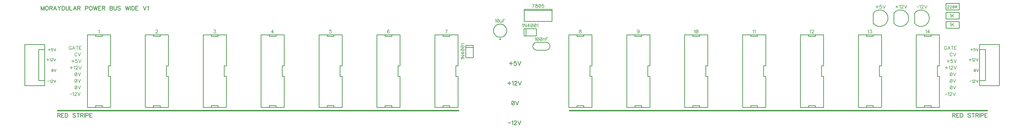
<source format=gto>
G04 DipTrace 3.0.0.1*
G04 moraydular_powerbus_wide_final1.GTO*
%MOMM*%
G04 #@! TF.FileFunction,Legend,Top*
G04 #@! TF.Part,Single*
%ADD10C,0.25*%
%ADD24C,0.5*%
%ADD62C,0.19608*%
%ADD63C,0.23529*%
%ADD64C,0.15686*%
%FSLAX35Y35*%
G04*
G71*
G90*
G75*
G01*
G04 TopSilk*
%LPD*%
X24939628Y4618739D2*
D10*
Y4683001D1*
X24685374Y4618739D2*
X24939628D1*
X24685374D2*
Y4683001D1*
X24939628Y1889001D2*
Y1953263D1*
X24685374D2*
X24939628D1*
X24685374Y1889001D2*
Y1953263D1*
X24368001Y1889001D2*
X25257001D1*
X24368001Y4683001D2*
X25257001D1*
X24368001Y1889001D2*
Y4683001D1*
X25180547Y3489963D2*
X25257001D1*
X25180547Y3082039D2*
Y3489963D1*
Y3082039D2*
X25257001D1*
Y1889001D2*
Y3082039D1*
Y3489963D2*
Y4683001D1*
X6461128Y4618739D2*
Y4683001D1*
X6206874Y4618739D2*
X6461128D1*
X6206874D2*
Y4683001D1*
X6461128Y1889001D2*
Y1953263D1*
X6206874D2*
X6461128D1*
X6206874Y1889001D2*
Y1953263D1*
X5889501Y1889001D2*
X6778501D1*
X5889501Y4683001D2*
X6778501D1*
X5889501Y1889001D2*
Y4683001D1*
X6702047Y3489963D2*
X6778501D1*
X6702047Y3082039D2*
Y3489963D1*
Y3082039D2*
X6778501D1*
Y1889001D2*
Y3082039D1*
Y3489963D2*
Y4683001D1*
X15351128Y4618739D2*
Y4683001D1*
X15096874Y4618739D2*
X15351128D1*
X15096874D2*
Y4683001D1*
X15351128Y1889001D2*
Y1953263D1*
X15096874D2*
X15351128D1*
X15096874Y1889001D2*
Y1953263D1*
X14779501Y1889001D2*
X15668501D1*
X14779501Y4683001D2*
X15668501D1*
X14779501Y1889001D2*
Y4683001D1*
X15592047Y3489963D2*
X15668501D1*
X15592047Y3082039D2*
Y3489963D1*
Y3082039D2*
X15668501D1*
Y1889001D2*
Y3082039D1*
Y3489963D2*
Y4683001D1*
X33829628Y4618739D2*
Y4683001D1*
X33575374Y4618739D2*
X33829628D1*
X33575374D2*
Y4683001D1*
X33829628Y1889001D2*
Y1953263D1*
X33575374D2*
X33829628D1*
X33575374Y1889001D2*
Y1953263D1*
X33258001Y1889001D2*
X34147001D1*
X33258001Y4683001D2*
X34147001D1*
X33258001Y1889001D2*
Y4683001D1*
X34070547Y3489963D2*
X34147001D1*
X34070547Y3082039D2*
Y3489963D1*
Y3082039D2*
X34147001D1*
Y1889001D2*
Y3082039D1*
Y3489963D2*
Y4683001D1*
X31607128Y4618739D2*
Y4683001D1*
X31352874Y4618739D2*
X31607128D1*
X31352874D2*
Y4683001D1*
X31607128Y1889001D2*
Y1953263D1*
X31352874D2*
X31607128D1*
X31352874Y1889001D2*
Y1953263D1*
X31035501Y1889001D2*
X31924501D1*
X31035501Y4683001D2*
X31924501D1*
X31035501Y1889001D2*
Y4683001D1*
X31848047Y3489963D2*
X31924501D1*
X31848047Y3082039D2*
Y3489963D1*
Y3082039D2*
X31924501D1*
Y1889001D2*
Y3082039D1*
Y3489963D2*
Y4683001D1*
X29384628Y4618739D2*
Y4683001D1*
X29130374Y4618739D2*
X29384628D1*
X29130374D2*
Y4683001D1*
X29384628Y1889001D2*
Y1953263D1*
X29130374D2*
X29384628D1*
X29130374Y1889001D2*
Y1953263D1*
X28813001Y1889001D2*
X29702001D1*
X28813001Y4683001D2*
X29702001D1*
X28813001Y1889001D2*
Y4683001D1*
X29625547Y3489963D2*
X29702001D1*
X29625547Y3082039D2*
Y3489963D1*
Y3082039D2*
X29702001D1*
Y1889001D2*
Y3082039D1*
Y3489963D2*
Y4683001D1*
X27162128Y4618739D2*
Y4683001D1*
X26907874Y4618739D2*
X27162128D1*
X26907874D2*
Y4683001D1*
X27162128Y1889001D2*
Y1953263D1*
X26907874D2*
X27162128D1*
X26907874Y1889001D2*
Y1953263D1*
X26590501Y1889001D2*
X27479501D1*
X26590501Y4683001D2*
X27479501D1*
X26590501Y1889001D2*
Y4683001D1*
X27403047Y3489963D2*
X27479501D1*
X27403047Y3082039D2*
Y3489963D1*
Y3082039D2*
X27479501D1*
Y1889001D2*
Y3082039D1*
Y3489963D2*
Y4683001D1*
X33829517Y5127659D2*
Y5508343D1*
X33830089Y5126897D2*
G03X33830089Y5509104I253481J191104D01*
G01*
X34623267Y5127659D2*
Y5508343D1*
X34623839Y5126897D2*
G03X34623839Y5509104I253481J191104D01*
G01*
X35417017Y5127659D2*
Y5508343D1*
X35417589Y5126897D2*
G03X35417589Y5509104I253481J191104D01*
G01*
X13128628Y4618739D2*
Y4683001D1*
X12874374Y4618739D2*
X13128628D1*
X12874374D2*
Y4683001D1*
X13128628Y1889001D2*
Y1953263D1*
X12874374D2*
X13128628D1*
X12874374Y1889001D2*
Y1953263D1*
X12557001Y1889001D2*
X13446001D1*
X12557001Y4683001D2*
X13446001D1*
X12557001Y1889001D2*
Y4683001D1*
X13369547Y3489963D2*
X13446001D1*
X13369547Y3082039D2*
Y3489963D1*
Y3082039D2*
X13446001D1*
Y1889001D2*
Y3082039D1*
Y3489963D2*
Y4683001D1*
X10906128Y4618739D2*
Y4683001D1*
X10651874Y4618739D2*
X10906128D1*
X10651874D2*
Y4683001D1*
X10906128Y1889001D2*
Y1953263D1*
X10651874D2*
X10906128D1*
X10651874Y1889001D2*
Y1953263D1*
X10334501Y1889001D2*
X11223501D1*
X10334501Y4683001D2*
X11223501D1*
X10334501Y1889001D2*
Y4683001D1*
X11147047Y3489963D2*
X11223501D1*
X11147047Y3082039D2*
Y3489963D1*
Y3082039D2*
X11223501D1*
Y1889001D2*
Y3082039D1*
Y3489963D2*
Y4683001D1*
X8683628Y4618739D2*
Y4683001D1*
X8429374Y4618739D2*
X8683628D1*
X8429374D2*
Y4683001D1*
X8683628Y1889001D2*
Y1953263D1*
X8429374D2*
X8683628D1*
X8429374Y1889001D2*
Y1953263D1*
X8112001Y1889001D2*
X9001001D1*
X8112001Y4683001D2*
X9001001D1*
X8112001Y1889001D2*
Y4683001D1*
X8924547Y3489963D2*
X9001001D1*
X8924547Y3082039D2*
Y3489963D1*
Y3082039D2*
X9001001D1*
Y1889001D2*
Y3082039D1*
Y3489963D2*
Y4683001D1*
X4238628Y4618739D2*
Y4683001D1*
X3984374Y4618739D2*
X4238628D1*
X3984374D2*
Y4683001D1*
X4238628Y1889001D2*
Y1953263D1*
X3984374D2*
X4238628D1*
X3984374Y1889001D2*
Y1953263D1*
X3667001Y1889001D2*
X4556001D1*
X3667001Y4683001D2*
X4556001D1*
X3667001Y1889001D2*
Y4683001D1*
X4479547Y3489963D2*
X4556001D1*
X4479547Y3082039D2*
Y3489963D1*
Y3082039D2*
X4556001D1*
Y1889001D2*
Y3082039D1*
Y3489963D2*
Y4683001D1*
X36052128Y4618739D2*
Y4683001D1*
X35797874Y4618739D2*
X36052128D1*
X35797874D2*
Y4683001D1*
X36052128Y1889001D2*
Y1953263D1*
X35797874D2*
X36052128D1*
X35797874Y1889001D2*
Y1953263D1*
X35480501Y1889001D2*
X36369501D1*
X35480501Y4683001D2*
X36369501D1*
X35480501Y1889001D2*
Y4683001D1*
X36293047Y3489963D2*
X36369501D1*
X36293047Y3082039D2*
Y3489963D1*
Y3082039D2*
X36369501D1*
Y1889001D2*
Y3082039D1*
Y3489963D2*
Y4683001D1*
X20435751Y5616681D2*
X21505751D1*
X20435751Y5666501D2*
X21505751D1*
X20435751Y5196501D2*
X21505751D1*
X20435751D2*
Y5666501D1*
X21505751Y5196501D2*
Y5666501D1*
X21275398Y4390901D2*
X20920103D1*
X21275398Y4086101D2*
X20920103D1*
Y4390901D2*
G03X20920103Y4086101I-152J-152400D01*
G01*
X21275398D2*
G03X21275398Y4390901I152J152400D01*
G01*
X19540273Y4511852D2*
X19480228D1*
X19510251Y4481832D2*
Y4541811D1*
X19256251Y4841825D2*
X19256869Y4859537D1*
X19258722Y4877163D1*
X19261801Y4894616D1*
X19266090Y4911812D1*
X19271569Y4928668D1*
X19278210Y4945100D1*
X19285982Y4961029D1*
X19294846Y4976377D1*
X19304760Y4991070D1*
X19315675Y5005036D1*
X19327538Y5018206D1*
X19340291Y5030517D1*
X19353873Y5041909D1*
X19368216Y5052326D1*
X19383251Y5061718D1*
X19398904Y5070038D1*
X19415100Y5077247D1*
X19431760Y5083308D1*
X19448802Y5088193D1*
X19466144Y5091878D1*
X19483700Y5094345D1*
X19501386Y5095581D1*
X19519115D1*
X19536801Y5094345D1*
X19554357Y5091878D1*
X19571699Y5088193D1*
X19588741Y5083308D1*
X19605401Y5077247D1*
X19621597Y5070038D1*
X19637251Y5061718D1*
X19652286Y5052326D1*
X19666629Y5041909D1*
X19680210Y5030517D1*
X19692963Y5018206D1*
X19704826Y5005036D1*
X19715741Y4991070D1*
X19725655Y4976377D1*
X19734519Y4961029D1*
X19742291Y4945100D1*
X19748932Y4928668D1*
X19754411Y4911812D1*
X19758700Y4894616D1*
X19761779Y4877163D1*
X19763632Y4859537D1*
X19764251Y4841825D1*
X19763632Y4824113D1*
X19761779Y4806488D1*
X19758700Y4789034D1*
X19754411Y4771838D1*
X19748932Y4754983D1*
X19742291Y4738550D1*
X19734519Y4722621D1*
X19725655Y4707273D1*
X19715741Y4692580D1*
X19704826Y4678615D1*
X19692963Y4665444D1*
X19680210Y4653133D1*
X19666629Y4641741D1*
X19652286Y4631324D1*
X19637251Y4621932D1*
X19621597Y4613612D1*
X19605401Y4606403D1*
X19588741Y4600342D1*
X19571699Y4595457D1*
X19554357Y4591772D1*
X19536801Y4589306D1*
X19519115Y4588069D1*
X19501386D1*
X19483700Y4589306D1*
X19466144Y4591772D1*
X19448802Y4595457D1*
X19431760Y4600342D1*
X19415100Y4606403D1*
X19398904Y4613612D1*
X19383251Y4621932D1*
X19368216Y4631324D1*
X19353873Y4641741D1*
X19340291Y4653133D1*
X19327538Y4665444D1*
X19315675Y4678615D1*
X19304760Y4692580D1*
X19294846Y4707273D1*
X19285982Y4722621D1*
X19278210Y4738550D1*
X19271569Y4754983D1*
X19266090Y4771838D1*
X19261801Y4789034D1*
X19258722Y4806488D1*
X19256869Y4824113D1*
X19256251Y4841825D1*
X20425706Y4638251D2*
Y4918251D1*
X20430846D2*
X20901156D1*
X20501521Y4638251D2*
Y4918251D1*
X20901156Y4638251D2*
Y4918251D1*
X20430846Y4638251D2*
X20901156D1*
X38674551Y2724661D2*
X37912551D1*
Y4309621D1*
X38674551D1*
Y2724661D1*
X38141151Y2922781D2*
X37912551D1*
Y4111501D1*
X38141151D1*
Y2922781D1*
X18195501Y4275546D2*
X18475501D1*
Y4270406D2*
Y3800096D1*
X18195501Y4199731D2*
X18475501D1*
X18195501Y3800096D2*
X18475501D1*
X18195501Y4270406D2*
Y3800096D1*
X37131043Y5635501D2*
X36623958D1*
Y5889501D2*
Y5635501D1*
X37131043Y5889501D2*
X36623958D1*
X37131043D2*
Y5635501D1*
Y5286251D2*
X36623958D1*
Y5540251D2*
Y5286251D1*
X37131043Y5540251D2*
X36623958D1*
X37131043D2*
Y5286251D1*
Y4937001D2*
X36623958D1*
Y5191001D2*
Y4937001D1*
X37131043Y5191001D2*
X36623958D1*
X37131043D2*
Y4937001D1*
X22717128Y4618739D2*
Y4683001D1*
X22462874Y4618739D2*
X22717128D1*
X22462874D2*
Y4683001D1*
X22717128Y1889001D2*
Y1953263D1*
X22462874D2*
X22717128D1*
X22462874Y1889001D2*
Y1953263D1*
X22145501Y1889001D2*
X23034501D1*
X22145501Y4683001D2*
X23034501D1*
X22145501Y1889001D2*
Y4683001D1*
X22958047Y3489963D2*
X23034501D1*
X22958047Y3082039D2*
Y3489963D1*
Y3082039D2*
X23034501D1*
Y1889001D2*
Y3082039D1*
Y3489963D2*
Y4683001D1*
X17573628Y4618739D2*
Y4683001D1*
X17319374Y4618739D2*
X17573628D1*
X17319374D2*
Y4683001D1*
X17573628Y1889001D2*
Y1953263D1*
X17319374D2*
X17573628D1*
X17319374Y1889001D2*
Y1953263D1*
X17002001Y1889001D2*
X17891001D1*
X17002001Y4683001D2*
X17891001D1*
X17002001Y1889001D2*
Y4683001D1*
X17814547Y3489963D2*
X17891001D1*
X17814547Y3082039D2*
Y3489963D1*
Y3082039D2*
X17891001D1*
Y1889001D2*
Y3082039D1*
Y3489963D2*
Y4683001D1*
X1266701Y4309621D2*
X2028701D1*
Y2724661D1*
X1266701D1*
Y4309621D1*
X1800101Y4111501D2*
X2028701D1*
Y2922781D1*
X1800101D1*
Y4111501D1*
X2524001Y1762001D2*
D24*
X17922751D1*
X22177251D2*
X38211001D1*
X24852019Y4826451D2*
D62*
X24845842Y4808201D1*
X24833769Y4795987D1*
X24815519Y4789951D1*
X24809482D1*
X24791232Y4795987D1*
X24779159Y4808201D1*
X24772982Y4826451D1*
Y4832487D1*
X24779159Y4850737D1*
X24791232Y4862810D1*
X24809482Y4868847D1*
X24815519D1*
X24833769Y4862810D1*
X24845842Y4850737D1*
X24852019Y4826451D1*
Y4795987D1*
X24845842Y4765664D1*
X24833769Y4747414D1*
X24815519Y4741378D1*
X24803446D1*
X24785196Y4747414D1*
X24779159Y4759628D1*
X6297641Y4838524D2*
Y4844560D1*
X6303677Y4856774D1*
X6309714Y4862810D1*
X6321927Y4868847D1*
X6346214D1*
X6358287Y4862810D1*
X6364324Y4856774D1*
X6370501Y4844560D1*
Y4832487D1*
X6364324Y4820274D1*
X6352251Y4802164D1*
X6291464Y4741378D1*
X6376537D1*
X15257412Y4850737D2*
X15251376Y4862810D1*
X15233126Y4868847D1*
X15221052D1*
X15202802Y4862810D1*
X15190589Y4844560D1*
X15184552Y4814237D1*
Y4783914D1*
X15190589Y4759628D1*
X15202802Y4747414D1*
X15221052Y4741378D1*
X15227089D1*
X15245199Y4747414D1*
X15257412Y4759628D1*
X15263449Y4777878D1*
Y4783914D1*
X15257412Y4802164D1*
X15245199Y4814237D1*
X15227089Y4820274D1*
X15221052D1*
X15202802Y4814237D1*
X15190589Y4802164D1*
X15184552Y4783914D1*
X33625124Y4844560D2*
X33637338Y4850737D1*
X33655588Y4868847D1*
Y4741378D1*
X33707017Y4868847D2*
X33773700D1*
X33737340Y4820274D1*
X33755590D1*
X33767663Y4814237D1*
X33773700Y4808201D1*
X33779877Y4789951D1*
Y4777878D1*
X33773700Y4759628D1*
X33761627Y4747414D1*
X33743377Y4741378D1*
X33725127D1*
X33707017Y4747414D1*
X33700980Y4753591D1*
X33694804Y4765664D1*
X31402624Y4844560D2*
X31414838Y4850737D1*
X31433088Y4868847D1*
Y4741378D1*
X31478480Y4838524D2*
Y4844560D1*
X31484517Y4856774D1*
X31490554Y4862810D1*
X31502767Y4868847D1*
X31527054D1*
X31539127Y4862810D1*
X31545163Y4856774D1*
X31551340Y4844560D1*
Y4832487D1*
X31545163Y4820274D1*
X31533090Y4802164D1*
X31472304Y4741378D1*
X31557377D1*
X29207429Y4844560D2*
X29219643Y4850737D1*
X29237893Y4868847D1*
Y4741378D1*
X29277108Y4844560D2*
X29289322Y4850737D1*
X29307572Y4868847D1*
Y4741378D1*
X26957624Y4844560D2*
X26969838Y4850737D1*
X26988088Y4868847D1*
Y4741378D1*
X27063804Y4868847D2*
X27045554Y4862810D1*
X27033340Y4844560D1*
X27027304Y4814237D1*
Y4795987D1*
X27033340Y4765664D1*
X27045554Y4747414D1*
X27063804Y4741378D1*
X27075877D1*
X27094127Y4747414D1*
X27106200Y4765664D1*
X27112377Y4795987D1*
Y4814237D1*
X27106200Y4844560D1*
X27094127Y4862810D1*
X27075877Y4868847D1*
X27063804D1*
X27106200Y4844560D2*
X27033340Y4765664D1*
X33984872Y5812240D2*
Y5702880D1*
X33930262Y5757490D2*
X34039622D1*
X34151697Y5821295D2*
X34091051D1*
X34085014Y5766685D1*
X34091051Y5772722D1*
X34109301Y5778898D1*
X34127410D1*
X34145660Y5772722D1*
X34157874Y5760648D1*
X34163910Y5742398D1*
Y5730325D1*
X34157874Y5712075D1*
X34145660Y5699862D1*
X34127410Y5693825D1*
X34109301D1*
X34091051Y5699862D1*
X34085014Y5706039D1*
X34078837Y5718112D1*
X34203126Y5821435D2*
X34251699Y5693825D1*
X34300272Y5821435D1*
X34743782Y5812240D2*
Y5702880D1*
X34689173Y5757490D2*
X34798532D1*
X34837748Y5797008D2*
X34849961Y5803185D1*
X34868211Y5821295D1*
Y5693825D1*
X34913604Y5790972D2*
Y5797008D1*
X34919640Y5809222D1*
X34925677Y5815258D1*
X34937890Y5821295D1*
X34962177D1*
X34974250Y5815258D1*
X34980287Y5809222D1*
X34986464Y5797008D1*
Y5784935D1*
X34980287Y5772722D1*
X34968214Y5754612D1*
X34907427Y5693825D1*
X34992500D1*
X35031716Y5821435D2*
X35080289Y5693825D1*
X35128862Y5821435D1*
X35502506Y5757560D2*
X35572698D1*
X35611914Y5797008D2*
X35624128Y5803185D1*
X35642378Y5821295D1*
Y5693825D1*
X35687770Y5790972D2*
Y5797008D1*
X35693807Y5809222D1*
X35699843Y5815258D1*
X35712057Y5821295D1*
X35736343D1*
X35748416Y5815258D1*
X35754453Y5809222D1*
X35760630Y5797008D1*
Y5784935D1*
X35754453Y5772722D1*
X35742380Y5754612D1*
X35681593Y5693825D1*
X35766666D1*
X35805882Y5821435D2*
X35854455Y5693825D1*
X35903028Y5821435D1*
X13031824Y4868847D2*
X12971177D1*
X12965141Y4814237D1*
X12971177Y4820274D1*
X12989427Y4826451D1*
X13007537D1*
X13025787Y4820274D1*
X13038001Y4808201D1*
X13044037Y4789951D1*
Y4777878D1*
X13038001Y4759628D1*
X13025787Y4747414D1*
X13007537Y4741378D1*
X12989427D1*
X12971177Y4747414D1*
X12965141Y4753591D1*
X12958964Y4765664D1*
X10794232Y4741378D2*
Y4868847D1*
X10733446Y4783914D1*
X10824555D1*
X8526177Y4868847D2*
X8592860D1*
X8556501Y4820274D1*
X8574751D1*
X8586824Y4814237D1*
X8592860Y4808201D1*
X8599037Y4789951D1*
Y4777878D1*
X8592860Y4759628D1*
X8580787Y4747414D1*
X8562537Y4741378D1*
X8544287D1*
X8526177Y4747414D1*
X8520141Y4753591D1*
X8513964Y4765664D1*
X4096269Y4844560D2*
X4108482Y4850737D1*
X4126732Y4868847D1*
Y4741378D1*
X35844606Y4844560D2*
X35856820Y4850737D1*
X35875070Y4868847D1*
Y4741378D1*
X35975072D2*
Y4868847D1*
X35914285Y4783914D1*
X36005395D1*
X20766138Y5724878D2*
X20826924Y5852347D1*
X20741851D1*
X20896463D2*
X20878353Y5846310D1*
X20872176Y5834237D1*
Y5822024D1*
X20878353Y5809951D1*
X20890426Y5803774D1*
X20914713Y5797737D1*
X20932963Y5791701D1*
X20945036Y5779487D1*
X20951073Y5767414D1*
Y5749164D1*
X20945036Y5737091D1*
X20938999Y5730914D1*
X20920749Y5724878D1*
X20896463D1*
X20878353Y5730914D1*
X20872176Y5737091D1*
X20866140Y5749164D1*
Y5767414D1*
X20872176Y5779487D1*
X20884390Y5791701D1*
X20902499Y5797737D1*
X20926786Y5803774D1*
X20938999Y5809951D1*
X20945036Y5822024D1*
Y5834237D1*
X20938999Y5846310D1*
X20920749Y5852347D1*
X20896463D1*
X21026788D2*
X21008538Y5846310D1*
X20996325Y5828060D1*
X20990288Y5797737D1*
Y5779487D1*
X20996325Y5749164D1*
X21008538Y5730914D1*
X21026788Y5724878D1*
X21038861D1*
X21057111Y5730914D1*
X21069184Y5749164D1*
X21075361Y5779487D1*
Y5797737D1*
X21069184Y5828060D1*
X21057111Y5846310D1*
X21038861Y5852347D1*
X21026788D1*
X21069184Y5828060D2*
X20996325Y5749164D1*
X21187437Y5852347D2*
X21126790D1*
X21120754Y5797737D1*
X21126790Y5803774D1*
X21145040Y5809951D1*
X21163150D1*
X21181400Y5803774D1*
X21193613Y5791701D1*
X21199650Y5773451D1*
Y5761378D1*
X21193613Y5743128D1*
X21181400Y5730914D1*
X21163150Y5724878D1*
X21145040D1*
X21126790Y5730914D1*
X21120754Y5737091D1*
X21114577Y5749164D1*
X20846085Y4552460D2*
X20858298Y4558637D1*
X20876548Y4576747D1*
Y4449278D1*
X20952264Y4576747D2*
X20934014Y4570710D1*
X20921800Y4552460D1*
X20915764Y4522137D1*
Y4503887D1*
X20921800Y4473564D1*
X20934014Y4455314D1*
X20952264Y4449278D1*
X20964337D1*
X20982587Y4455314D1*
X20994660Y4473564D1*
X21000837Y4503887D1*
Y4522137D1*
X20994660Y4552460D1*
X20982587Y4570710D1*
X20964337Y4576747D1*
X20952264D1*
X20994660Y4552460D2*
X20921800Y4473564D1*
X21076552Y4576747D2*
X21058302Y4570710D1*
X21046089Y4552460D1*
X21040052Y4522137D1*
Y4503887D1*
X21046089Y4473564D1*
X21058302Y4455314D1*
X21076552Y4449278D1*
X21088626D1*
X21106876Y4455314D1*
X21118949Y4473564D1*
X21125126Y4503887D1*
Y4522137D1*
X21118949Y4552460D1*
X21106876Y4570710D1*
X21088626Y4576747D1*
X21076552D1*
X21118949Y4552460D2*
X21046089Y4473564D1*
X21164341Y4534351D2*
Y4449278D1*
Y4510064D2*
X21182591Y4528314D1*
X21194805Y4534351D1*
X21212914D1*
X21225128Y4528314D1*
X21231164Y4510064D1*
Y4449278D1*
X21349417Y4576887D2*
X21270380D1*
Y4449278D1*
Y4516101D2*
X21318953D1*
X19320729Y5257295D2*
X19332942Y5263472D1*
X19351192Y5281582D1*
Y5154113D1*
X19426908Y5281582D2*
X19408658Y5275545D1*
X19396445Y5257295D1*
X19390408Y5226972D1*
Y5208722D1*
X19396445Y5178399D1*
X19408658Y5160149D1*
X19426908Y5154113D1*
X19438981D1*
X19457231Y5160149D1*
X19469304Y5178399D1*
X19475481Y5208722D1*
Y5226972D1*
X19469304Y5257295D1*
X19457231Y5275545D1*
X19438981Y5281582D1*
X19426908D1*
X19469304Y5257295D2*
X19396445Y5178399D1*
X19514697Y5239186D2*
Y5178399D1*
X19520733Y5160289D1*
X19532947Y5154113D1*
X19551197D1*
X19563270Y5160289D1*
X19581520Y5178399D1*
Y5239186D2*
Y5154113D1*
X19699772Y5281722D2*
X19620736D1*
Y5154113D1*
Y5220936D2*
X19669309D1*
X20364333Y5079810D2*
X20376547Y5085987D1*
X20394797Y5104097D1*
Y4976628D1*
X20519086Y5104237D2*
Y4976628D1*
X20434013Y5104237D1*
Y4976628D1*
X20619088D2*
Y5104097D1*
X20558301Y5019164D1*
X20649411D1*
X20725127Y5104097D2*
X20706877Y5098060D1*
X20694663Y5079810D1*
X20688627Y5049487D1*
Y5031237D1*
X20694663Y5000914D1*
X20706877Y4982664D1*
X20725127Y4976628D1*
X20737200D1*
X20755450Y4982664D1*
X20767523Y5000914D1*
X20773700Y5031237D1*
Y5049487D1*
X20767523Y5079810D1*
X20755450Y5098060D1*
X20737200Y5104097D1*
X20725127D1*
X20767523Y5079810D2*
X20694663Y5000914D1*
X20849415Y5104097D2*
X20831165Y5098060D1*
X20818952Y5079810D1*
X20812915Y5049487D1*
Y5031237D1*
X20818952Y5000914D1*
X20831165Y4982664D1*
X20849415Y4976628D1*
X20861488D1*
X20879738Y4982664D1*
X20891812Y5000914D1*
X20897988Y5031237D1*
Y5049487D1*
X20891812Y5079810D1*
X20879738Y5098060D1*
X20861488Y5104097D1*
X20849415D1*
X20891812Y5079810D2*
X20818952Y5000914D1*
X20937204Y5079810D2*
X20949418Y5085987D1*
X20967668Y5104097D1*
Y4976628D1*
X18033941Y3733584D2*
X18027764Y3745797D1*
X18009654Y3764047D1*
X18137124D1*
X18009514Y3888336D2*
X18137124D1*
X18009514Y3803263D1*
X18137124D1*
Y3988338D2*
X18009654D1*
X18094587Y3927551D1*
Y4018661D1*
X18009654Y4094377D2*
X18015691Y4076127D1*
X18033941Y4063913D1*
X18064264Y4057877D1*
X18082514D1*
X18112837Y4063913D1*
X18131087Y4076127D1*
X18137124Y4094377D1*
Y4106450D1*
X18131087Y4124700D1*
X18112837Y4136773D1*
X18082514Y4142950D1*
X18064264D1*
X18033941Y4136773D1*
X18015691Y4124700D1*
X18009654Y4106450D1*
Y4094377D1*
X18033941Y4136773D2*
X18112837Y4063913D1*
X18009654Y4218665D2*
X18015691Y4200415D1*
X18033941Y4188202D1*
X18064264Y4182165D1*
X18082514D1*
X18112837Y4188202D1*
X18131087Y4200415D1*
X18137124Y4218665D1*
Y4230738D1*
X18131087Y4248988D1*
X18112837Y4261062D1*
X18082514Y4267239D1*
X18064264D1*
X18033941Y4261062D1*
X18015691Y4248989D1*
X18009654Y4230739D1*
Y4218665D1*
X18033941Y4261062D2*
X18112837Y4188202D1*
X18033941Y4306454D2*
X18027764Y4318668D1*
X18009654Y4336918D1*
X18137124D1*
X22577857Y4868847D2*
X22559748Y4862810D1*
X22553571Y4850737D1*
Y4838524D1*
X22559748Y4826451D1*
X22571821Y4820274D1*
X22596107Y4814237D1*
X22614357Y4808201D1*
X22626430Y4795987D1*
X22632467Y4783914D1*
Y4765664D1*
X22626430Y4753591D1*
X22620394Y4747414D1*
X22602144Y4741378D1*
X22577857D1*
X22559748Y4747414D1*
X22553571Y4753591D1*
X22547534Y4765664D1*
Y4783914D1*
X22553571Y4795987D1*
X22565784Y4808201D1*
X22583894Y4814237D1*
X22608180Y4820274D1*
X22620394Y4826451D1*
X22626430Y4838524D1*
Y4850737D1*
X22620394Y4862810D1*
X22602144Y4868847D1*
X22577857D1*
X17428251Y4741378D2*
X17489037Y4868847D1*
X17403964D1*
X19926993Y3645830D2*
D63*
Y3514598D1*
X19861462Y3580130D2*
X19992693D1*
X20127184Y3656695D2*
X20054408D1*
X20047165Y3591164D1*
X20054408Y3598408D1*
X20076308Y3605820D1*
X20098040D1*
X20119940Y3598408D1*
X20134596Y3583920D1*
X20141840Y3562020D1*
Y3547532D1*
X20134596Y3525632D1*
X20119940Y3510976D1*
X20098040Y3503732D1*
X20076308D1*
X20054408Y3510976D1*
X20047165Y3518388D1*
X20039752Y3532876D1*
X20188899Y3656864D2*
X20247186Y3503732D1*
X20305474Y3656864D1*
X19863493Y2883830D2*
Y2752598D1*
X19797962Y2818130D2*
X19929193D1*
X19976252Y2865551D2*
X19990908Y2872964D1*
X20012808Y2894695D1*
Y2741732D1*
X20067280Y2858308D2*
Y2865551D1*
X20074523Y2880208D1*
X20081767Y2887451D1*
X20096423Y2894695D1*
X20125567D1*
X20140055Y2887451D1*
X20147299Y2880208D1*
X20154711Y2865551D1*
Y2851064D1*
X20147299Y2836408D1*
X20132811Y2814676D1*
X20059867Y2741732D1*
X20161955D1*
X20209014Y2894864D2*
X20267301Y2741732D1*
X20325589Y2894864D1*
X19827752Y1296174D2*
X19911983D1*
X19959042Y1343511D2*
X19973698Y1350924D1*
X19995598Y1372655D1*
Y1219692D1*
X20050069Y1336268D2*
Y1343511D1*
X20057313Y1358168D1*
X20064556Y1365411D1*
X20079213Y1372655D1*
X20108356D1*
X20122844Y1365411D1*
X20130088Y1358168D1*
X20137500Y1343511D1*
Y1329024D1*
X20130088Y1314368D1*
X20115600Y1292636D1*
X20042656Y1219692D1*
X20144744D1*
X20191803Y1372824D2*
X20250091Y1219692D1*
X20308378Y1372824D1*
X20000512Y2132695D2*
X19978612Y2125451D1*
X19963956Y2103551D1*
X19956712Y2067164D1*
Y2045264D1*
X19963956Y2008876D1*
X19978612Y1986976D1*
X20000512Y1979732D1*
X20015000D1*
X20036900Y1986976D1*
X20051387Y2008876D1*
X20058800Y2045264D1*
Y2067164D1*
X20051387Y2103551D1*
X20036900Y2125451D1*
X20015000Y2132695D1*
X20000512D1*
X20051387Y2103551D2*
X19963956Y2008876D1*
X20105858Y2132864D2*
X20164146Y1979732D1*
X20222434Y2132864D1*
X3059611Y4206656D2*
D62*
X3053574Y4218729D1*
X3041361Y4230942D1*
X3029288Y4236979D1*
X3005001D1*
X2992788Y4230942D1*
X2980715Y4218729D1*
X2974538Y4206656D1*
X2968501Y4188406D1*
Y4157942D1*
X2974538Y4139833D1*
X2980715Y4127619D1*
X2992788Y4115546D1*
X3005001Y4109369D1*
X3029288D1*
X3041361Y4115546D1*
X3053574Y4127619D1*
X3059611Y4139833D1*
Y4157942D1*
X3029288D1*
X3196113Y4109369D2*
X3147400Y4236979D1*
X3098826Y4109369D1*
X3117076Y4151906D2*
X3177863D1*
X3277865Y4236979D2*
Y4109369D1*
X3235329Y4236979D2*
X3320402D1*
X3438514D2*
X3359617D1*
Y4109369D1*
X3438514D1*
X3359617Y4176192D2*
X3408190D1*
X3281861Y3952656D2*
X3275824Y3964729D1*
X3263611Y3976942D1*
X3251538Y3982979D1*
X3227251D1*
X3215038Y3976942D1*
X3202965Y3964729D1*
X3196788Y3952656D1*
X3190751Y3934406D1*
Y3903942D1*
X3196788Y3885833D1*
X3202965Y3873619D1*
X3215038Y3861546D1*
X3227251Y3855369D1*
X3251538D1*
X3263611Y3861546D1*
X3275824Y3873619D1*
X3281861Y3885833D1*
X3321076Y3982979D2*
X3369650Y3855369D1*
X3418223Y3982979D1*
X3118361Y3719784D2*
Y3610424D1*
X3063751Y3665034D2*
X3173111D1*
X3285186Y3728838D2*
X3224540D1*
X3218503Y3674229D1*
X3224540Y3680265D1*
X3242790Y3686442D1*
X3260900D1*
X3279150Y3680265D1*
X3291363Y3668192D1*
X3297400Y3649942D1*
Y3637869D1*
X3291363Y3619619D1*
X3279150Y3607406D1*
X3260900Y3601369D1*
X3242790D1*
X3224540Y3607406D1*
X3218503Y3613583D1*
X3212326Y3625656D1*
X3336615Y3728979D2*
X3385188Y3601369D1*
X3433761Y3728979D1*
X3054861Y3465784D2*
Y3356424D1*
X3000251Y3411034D2*
X3109611D1*
X3148826Y3450552D2*
X3161040Y3456729D1*
X3179290Y3474838D1*
Y3347369D1*
X3224683Y3444515D2*
Y3450552D1*
X3230719Y3462765D1*
X3236756Y3468802D1*
X3248969Y3474838D1*
X3273256D1*
X3285329Y3468802D1*
X3291365Y3462765D1*
X3297542Y3450552D1*
Y3438479D1*
X3291365Y3426265D1*
X3279292Y3408156D1*
X3218506Y3347369D1*
X3303579D1*
X3342794Y3474979D2*
X3391367Y3347369D1*
X3439940Y3474979D1*
X3000251Y2395104D2*
X3070443D1*
X3109659Y2434552D2*
X3121873Y2440729D1*
X3140123Y2458838D1*
Y2331369D1*
X3185515Y2428515D2*
Y2434552D1*
X3191552Y2446765D1*
X3197588Y2452802D1*
X3209802Y2458838D1*
X3234088D1*
X3246161Y2452802D1*
X3252198Y2446765D1*
X3258375Y2434552D1*
Y2422479D1*
X3252198Y2410265D1*
X3240125Y2392156D1*
X3179338Y2331369D1*
X3264411D1*
X3303627Y2458979D2*
X3352200Y2331369D1*
X3400773Y2458979D1*
X3227251Y3220838D2*
X3209001Y3214802D1*
X3196788Y3196552D1*
X3190751Y3166229D1*
Y3147979D1*
X3196788Y3117656D1*
X3209001Y3099406D1*
X3227251Y3093369D1*
X3239324D1*
X3257574Y3099406D1*
X3269647Y3117656D1*
X3275824Y3147979D1*
Y3166229D1*
X3269647Y3196552D1*
X3257574Y3214802D1*
X3239324Y3220838D1*
X3227251D1*
X3269647Y3196552D2*
X3196788Y3117656D1*
X3315040Y3220979D2*
X3363613Y3093369D1*
X3412186Y3220979D1*
X3227251Y2966838D2*
X3209001Y2960802D1*
X3196788Y2942552D1*
X3190751Y2912229D1*
Y2893979D1*
X3196788Y2863656D1*
X3209001Y2845406D1*
X3227251Y2839369D1*
X3239324D1*
X3257574Y2845406D1*
X3269647Y2863656D1*
X3275824Y2893979D1*
Y2912229D1*
X3269647Y2942552D1*
X3257574Y2960802D1*
X3239324Y2966838D1*
X3227251D1*
X3269647Y2942552D2*
X3196788Y2863656D1*
X3315040Y2966979D2*
X3363613Y2839369D1*
X3412186Y2966979D1*
X3227251Y2712838D2*
X3209001Y2706802D1*
X3196788Y2688552D1*
X3190751Y2658229D1*
Y2639979D1*
X3196788Y2609656D1*
X3209001Y2591406D1*
X3227251Y2585369D1*
X3239324D1*
X3257574Y2591406D1*
X3269647Y2609656D1*
X3275824Y2639979D1*
Y2658229D1*
X3269647Y2688552D1*
X3257574Y2706802D1*
X3239324Y2712838D1*
X3227251D1*
X3269647Y2688552D2*
X3196788Y2609656D1*
X3315040Y2712979D2*
X3363613Y2585369D1*
X3412186Y2712979D1*
X2524002Y1585630D2*
D63*
X2589533D1*
X2611433Y1593042D1*
X2618846Y1600286D1*
X2626090Y1614774D1*
Y1629430D1*
X2618846Y1643918D1*
X2611433Y1651330D1*
X2589533Y1658574D1*
X2524002D1*
Y1505442D1*
X2575046Y1585630D2*
X2626090Y1505442D1*
X2767824Y1658574D2*
X2673148D1*
Y1505442D1*
X2767824D1*
X2673148Y1585630D2*
X2731436D1*
X2814883Y1658574D2*
Y1505442D1*
X2865926D1*
X2887826Y1512855D1*
X2902483Y1527342D1*
X2909726Y1541998D1*
X2916970Y1563730D1*
Y1600286D1*
X2909726Y1622186D1*
X2902483Y1636674D1*
X2887826Y1651330D1*
X2865926Y1658574D1*
X2814883D1*
X3214253Y1636674D2*
X3199765Y1651330D1*
X3177865Y1658574D1*
X3148721D1*
X3126821Y1651330D1*
X3112165Y1636674D1*
Y1622186D1*
X3119577Y1607530D1*
X3126821Y1600286D1*
X3141309Y1593042D1*
X3185109Y1578386D1*
X3199765Y1571142D1*
X3207009Y1563730D1*
X3214253Y1549242D1*
Y1527342D1*
X3199765Y1512855D1*
X3177865Y1505442D1*
X3148721D1*
X3126821Y1512855D1*
X3112165Y1527342D1*
X3312355Y1658574D2*
Y1505442D1*
X3261311Y1658574D2*
X3363399D1*
X3410458Y1585630D2*
X3475989D1*
X3497889Y1593042D1*
X3505302Y1600286D1*
X3512546Y1614774D1*
Y1629430D1*
X3505302Y1643918D1*
X3497889Y1651330D1*
X3475989Y1658574D1*
X3410458D1*
Y1505442D1*
X3461502Y1585630D2*
X3512546Y1505442D1*
X3559604Y1658574D2*
Y1505442D1*
X3606663Y1578386D2*
X3672363D1*
X3694095Y1585630D1*
X3701507Y1593042D1*
X3708751Y1607530D1*
Y1629430D1*
X3701507Y1643918D1*
X3694095Y1651330D1*
X3672363Y1658574D1*
X3606663D1*
Y1505442D1*
X3850485Y1658574D2*
X3755810D1*
Y1505442D1*
X3850485D1*
X3755810Y1585630D2*
X3814097D1*
X36877502D2*
X36943033D1*
X36964933Y1593042D1*
X36972346Y1600286D1*
X36979590Y1614774D1*
Y1629430D1*
X36972346Y1643918D1*
X36964933Y1651330D1*
X36943033Y1658574D1*
X36877502D1*
Y1505442D1*
X36928546Y1585630D2*
X36979590Y1505442D1*
X37121324Y1658574D2*
X37026648D1*
Y1505442D1*
X37121324D1*
X37026648Y1585630D2*
X37084936D1*
X37168383Y1658574D2*
Y1505442D1*
X37219426D1*
X37241326Y1512855D1*
X37255983Y1527342D1*
X37263226Y1541998D1*
X37270470Y1563730D1*
Y1600286D1*
X37263226Y1622186D1*
X37255983Y1636674D1*
X37241326Y1651330D1*
X37219426Y1658574D1*
X37168383D1*
X37567753Y1636674D2*
X37553265Y1651330D1*
X37531365Y1658574D1*
X37502221D1*
X37480321Y1651330D1*
X37465665Y1636674D1*
Y1622186D1*
X37473077Y1607530D1*
X37480321Y1600286D1*
X37494809Y1593042D1*
X37538609Y1578386D1*
X37553265Y1571142D1*
X37560509Y1563730D1*
X37567753Y1549242D1*
Y1527342D1*
X37553265Y1512855D1*
X37531365Y1505442D1*
X37502221D1*
X37480321Y1512855D1*
X37465665Y1527342D1*
X37665855Y1658574D2*
Y1505442D1*
X37614811Y1658574D2*
X37716899D1*
X37763958Y1585630D2*
X37829489D1*
X37851389Y1593042D1*
X37858802Y1600286D1*
X37866046Y1614774D1*
Y1629430D1*
X37858802Y1643918D1*
X37851389Y1651330D1*
X37829489Y1658574D1*
X37763958D1*
Y1505442D1*
X37815002Y1585630D2*
X37866046Y1505442D1*
X37913104Y1658574D2*
Y1505442D1*
X37960163Y1578386D2*
X38025863D1*
X38047595Y1585630D1*
X38055007Y1593042D1*
X38062251Y1607530D1*
Y1629430D1*
X38055007Y1643918D1*
X38047595Y1651330D1*
X38025863Y1658574D1*
X37960163D1*
Y1505442D1*
X38203985Y1658574D2*
X38109310D1*
Y1505442D1*
X38203985D1*
X38109310Y1585630D2*
X38167597D1*
X37611845Y4148871D2*
D64*
Y4061383D1*
X37568157Y4105071D2*
X37655645D1*
X37745305Y4156115D2*
X37696788D1*
X37691959Y4112427D1*
X37696788Y4117256D1*
X37711388Y4122198D1*
X37725876D1*
X37740476Y4117256D1*
X37750246Y4107598D1*
X37755076Y4092998D1*
Y4083339D1*
X37750246Y4068739D1*
X37740476Y4058969D1*
X37725876Y4054139D1*
X37711388D1*
X37696788Y4058969D1*
X37691959Y4063910D1*
X37687017Y4073569D1*
X37786448Y4156227D2*
X37825307Y4054139D1*
X37864165Y4156227D1*
X37554228Y3761988D2*
Y3674500D1*
X37510540Y3718188D2*
X37598028D1*
X37629401Y3749802D2*
X37639171Y3754744D1*
X37653771Y3769232D1*
Y3667256D1*
X37690085Y3744973D2*
Y3749802D1*
X37694915Y3759573D1*
X37699744Y3764402D1*
X37709515Y3769232D1*
X37728944D1*
X37738602Y3764402D1*
X37743432Y3759573D1*
X37748373Y3749802D1*
Y3740144D1*
X37743432Y3730373D1*
X37733773Y3715885D1*
X37685144Y3667256D1*
X37753202D1*
X37784575Y3769344D2*
X37823433Y3667256D1*
X37862292Y3769344D1*
X37730240Y3356482D2*
X37715640Y3351652D1*
X37705870Y3337052D1*
X37701040Y3312794D1*
Y3298194D1*
X37705870Y3273935D1*
X37715640Y3259335D1*
X37730240Y3254506D1*
X37739899D1*
X37754499Y3259335D1*
X37764157Y3273935D1*
X37769099Y3298194D1*
Y3312794D1*
X37764157Y3337052D1*
X37754499Y3351652D1*
X37739899Y3356482D1*
X37730240D1*
X37764157Y3337052D2*
X37705870Y3273935D1*
X37800471Y3356594D2*
X37839330Y3254506D1*
X37878188Y3356594D1*
X37542290Y2892744D2*
X37598444D1*
X37629817Y2924302D2*
X37639588Y2929244D1*
X37654188Y2943732D1*
Y2841756D1*
X37690502Y2919473D2*
Y2924302D1*
X37695331Y2934073D1*
X37700160Y2938902D1*
X37709931Y2943732D1*
X37729360D1*
X37739019Y2938902D1*
X37743848Y2934073D1*
X37748789Y2924302D1*
Y2914644D1*
X37743848Y2904873D1*
X37734189Y2890385D1*
X37685560Y2841756D1*
X37753619D1*
X37784991Y2943844D2*
X37823850Y2841756D1*
X37862708Y2943844D1*
X36689982Y5776973D2*
Y5781802D1*
X36694811Y5791573D1*
X36699640Y5796402D1*
X36709411Y5801232D1*
X36728840D1*
X36738499Y5796402D1*
X36743328Y5791573D1*
X36748270Y5781802D1*
Y5772144D1*
X36743328Y5762373D1*
X36733670Y5747885D1*
X36685040Y5699256D1*
X36753099D1*
X36789413Y5776973D2*
Y5781802D1*
X36794242Y5791573D1*
X36799071Y5796402D1*
X36808842Y5801232D1*
X36828271D1*
X36837930Y5796402D1*
X36842759Y5791573D1*
X36847701Y5781802D1*
Y5772144D1*
X36842759Y5762373D1*
X36833101Y5747885D1*
X36784471Y5699256D1*
X36852530D1*
X36913102Y5801232D2*
X36898502Y5796402D1*
X36888732Y5781802D1*
X36883902Y5757544D1*
Y5742944D1*
X36888732Y5718685D1*
X36898502Y5704085D1*
X36913102Y5699256D1*
X36922761D1*
X36937361Y5704085D1*
X36947019Y5718685D1*
X36951961Y5742944D1*
Y5757544D1*
X36947019Y5781802D1*
X36937361Y5796402D1*
X36922761Y5801232D1*
X36913102D1*
X36947019Y5781802D2*
X36888732Y5718685D1*
X36983333Y5752715D2*
X37027021D1*
X37041621Y5757656D1*
X37046563Y5762485D1*
X37051392Y5772144D1*
Y5781915D1*
X37046563Y5791573D1*
X37041621Y5796515D1*
X37027021Y5801344D1*
X36983333D1*
Y5699256D1*
X37017363Y5752715D2*
X37051392Y5699256D1*
X36782251Y5450802D2*
D62*
X36794465Y5456979D1*
X36812715Y5475088D1*
Y5347619D1*
X36851930Y5475229D2*
Y5347619D1*
X36937003Y5475229D2*
X36851930Y5390156D1*
X36882253Y5420619D2*
X36937003Y5347619D1*
X36782251Y5101552D2*
X36794465Y5107729D1*
X36812715Y5125838D1*
Y4998369D1*
X36851930Y5125979D2*
Y4998369D1*
X36937003Y5125979D2*
X36851930Y5040906D1*
X36882253Y5071369D2*
X36937003Y4998369D1*
X2009497Y5629022D2*
D63*
Y5782154D1*
X1951210Y5629022D1*
X1892922Y5782154D1*
Y5629022D1*
X2100356Y5782154D2*
X2085700Y5774910D1*
X2071212Y5760254D1*
X2063800Y5745766D1*
X2056556Y5723866D1*
Y5687310D1*
X2063800Y5665578D1*
X2071212Y5650922D1*
X2085700Y5636435D1*
X2100356Y5629022D1*
X2129500D1*
X2143988Y5636435D1*
X2158644Y5650922D1*
X2165888Y5665578D1*
X2173132Y5687310D1*
Y5723866D1*
X2165888Y5745766D1*
X2158644Y5760254D1*
X2143988Y5774910D1*
X2129500Y5782154D1*
X2100356D1*
X2220190Y5709210D2*
X2285722D1*
X2307622Y5716622D1*
X2315034Y5723866D1*
X2322278Y5738354D1*
Y5753010D1*
X2315034Y5767498D1*
X2307622Y5774910D1*
X2285722Y5782154D1*
X2220190D1*
Y5629022D1*
X2271234Y5709210D2*
X2322278Y5629022D1*
X2486081D2*
X2427625Y5782154D1*
X2369337Y5629022D1*
X2391237Y5680066D2*
X2464181D1*
X2533140Y5782154D2*
X2591427Y5709210D1*
Y5629022D1*
X2649715Y5782154D2*
X2591427Y5709210D1*
X2696774Y5782154D2*
Y5629022D1*
X2747818D1*
X2769718Y5636435D1*
X2784374Y5650922D1*
X2791618Y5665578D1*
X2798861Y5687310D1*
Y5723866D1*
X2791618Y5745766D1*
X2784374Y5760254D1*
X2769718Y5774910D1*
X2747818Y5782154D1*
X2696774D1*
X2845920D2*
Y5672822D1*
X2853164Y5650922D1*
X2867820Y5636435D1*
X2889720Y5629022D1*
X2904208D1*
X2926108Y5636435D1*
X2940764Y5650922D1*
X2948008Y5672822D1*
Y5782154D1*
X2995067D2*
Y5629022D1*
X3082498D1*
X3246301D2*
X3187845Y5782154D1*
X3129557Y5629022D1*
X3151457Y5680066D2*
X3224401D1*
X3293360Y5709210D2*
X3358891D1*
X3380791Y5716622D1*
X3388204Y5723866D1*
X3395447Y5738354D1*
Y5753010D1*
X3388204Y5767498D1*
X3380791Y5774910D1*
X3358891Y5782154D1*
X3293360D1*
Y5629022D1*
X3344404Y5709210D2*
X3395447Y5629022D1*
X3590642Y5701966D2*
X3656342D1*
X3678074Y5709210D1*
X3685486Y5716622D1*
X3692730Y5731110D1*
Y5753010D1*
X3685486Y5767498D1*
X3678074Y5774910D1*
X3656342Y5782154D1*
X3590642D1*
Y5629022D1*
X3783589Y5782154D2*
X3768932Y5774910D1*
X3754445Y5760254D1*
X3747032Y5745766D1*
X3739789Y5723866D1*
Y5687310D1*
X3747032Y5665578D1*
X3754445Y5650922D1*
X3768932Y5636435D1*
X3783589Y5629022D1*
X3812732D1*
X3827220Y5636435D1*
X3841876Y5650922D1*
X3849120Y5665578D1*
X3856364Y5687310D1*
Y5723866D1*
X3849120Y5745766D1*
X3841876Y5760254D1*
X3827220Y5774910D1*
X3812732Y5782154D1*
X3783589D1*
X3903423D2*
X3939979Y5629022D1*
X3976367Y5782154D1*
X4012754Y5629022D1*
X4049310Y5782154D1*
X4191045D2*
X4096369D1*
Y5629022D1*
X4191045D1*
X4096369Y5709210D2*
X4154657D1*
X4238103D2*
X4303635D1*
X4325535Y5716622D1*
X4332947Y5723866D1*
X4340191Y5738354D1*
Y5753010D1*
X4332947Y5767498D1*
X4325535Y5774910D1*
X4303635Y5782154D1*
X4238103D1*
Y5629022D1*
X4289147Y5709210D2*
X4340191Y5629022D1*
X4535386Y5782154D2*
Y5629022D1*
X4601086D1*
X4622986Y5636435D1*
X4630230Y5643678D1*
X4637473Y5658166D1*
Y5680066D1*
X4630230Y5694722D1*
X4622986Y5701966D1*
X4601086Y5709210D1*
X4622986Y5716622D1*
X4630230Y5723866D1*
X4637473Y5738354D1*
Y5753010D1*
X4630230Y5767498D1*
X4622986Y5774910D1*
X4601086Y5782154D1*
X4535386D1*
Y5709210D2*
X4601086D1*
X4684532Y5782154D2*
Y5672822D1*
X4691776Y5650922D1*
X4706432Y5636435D1*
X4728332Y5629022D1*
X4742820D1*
X4764720Y5636435D1*
X4779376Y5650922D1*
X4786620Y5672822D1*
Y5782154D1*
X4935766Y5760254D2*
X4921279Y5774910D1*
X4899379Y5782154D1*
X4870235D1*
X4848335Y5774910D1*
X4833679Y5760254D1*
Y5745766D1*
X4841091Y5731110D1*
X4848335Y5723866D1*
X4862823Y5716622D1*
X4906623Y5701966D1*
X4921279Y5694722D1*
X4928523Y5687310D1*
X4935766Y5672822D1*
Y5650922D1*
X4921279Y5636435D1*
X4899379Y5629022D1*
X4870235D1*
X4848335Y5636435D1*
X4833679Y5650922D1*
X5130961Y5782154D2*
X5167517Y5629022D1*
X5203905Y5782154D1*
X5240293Y5629022D1*
X5276849Y5782154D1*
X5323908D2*
Y5629022D1*
X5370966Y5782154D2*
Y5629022D1*
X5422010D1*
X5443910Y5636435D1*
X5458566Y5650922D1*
X5465810Y5665578D1*
X5473054Y5687310D1*
Y5723866D1*
X5465810Y5745766D1*
X5458566Y5760254D1*
X5443910Y5774910D1*
X5422010Y5782154D1*
X5370966D1*
X5614788D2*
X5520113D1*
Y5629022D1*
X5614788D1*
X5520113Y5709210D2*
X5578401D1*
X5809983Y5782154D2*
X5868271Y5629022D1*
X5926558Y5782154D1*
X5973617Y5752841D2*
X5988273Y5760254D1*
X6010173Y5781985D1*
Y5629022D1*
X2210595Y4148871D2*
D64*
Y4061383D1*
X2166907Y4105071D2*
X2254395D1*
X2344055Y4156115D2*
X2295538D1*
X2290709Y4112427D1*
X2295538Y4117256D1*
X2310138Y4122198D1*
X2324626D1*
X2339226Y4117256D1*
X2348996Y4107598D1*
X2353826Y4092998D1*
Y4083339D1*
X2348996Y4068739D1*
X2339226Y4058969D1*
X2324626Y4054139D1*
X2310138D1*
X2295538Y4058969D1*
X2290709Y4063910D1*
X2285767Y4073569D1*
X2385198Y4156227D2*
X2424057Y4054139D1*
X2462915Y4156227D1*
X2152978Y3761988D2*
Y3674500D1*
X2109290Y3718188D2*
X2196778D1*
X2228151Y3749802D2*
X2237921Y3754744D1*
X2252521Y3769232D1*
Y3667256D1*
X2288835Y3744973D2*
Y3749802D1*
X2293665Y3759573D1*
X2298494Y3764402D1*
X2308265Y3769232D1*
X2327694D1*
X2337352Y3764402D1*
X2342182Y3759573D1*
X2347123Y3749802D1*
Y3740144D1*
X2342182Y3730373D1*
X2332523Y3715885D1*
X2283894Y3667256D1*
X2351952D1*
X2383325Y3769344D2*
X2422183Y3667256D1*
X2461042Y3769344D1*
X2328990Y3356482D2*
X2314390Y3351652D1*
X2304620Y3337052D1*
X2299790Y3312794D1*
Y3298194D1*
X2304620Y3273935D1*
X2314390Y3259335D1*
X2328990Y3254506D1*
X2338649D1*
X2353249Y3259335D1*
X2362907Y3273935D1*
X2367849Y3298194D1*
Y3312794D1*
X2362907Y3337052D1*
X2353249Y3351652D1*
X2338649Y3356482D1*
X2328990D1*
X2362907Y3337052D2*
X2304620Y3273935D1*
X2399221Y3356594D2*
X2438080Y3254506D1*
X2476938Y3356594D1*
X2141040Y2892744D2*
X2197194D1*
X2228567Y2924302D2*
X2238338Y2929244D1*
X2252938Y2943732D1*
Y2841756D1*
X2289252Y2919473D2*
Y2924302D1*
X2294081Y2934073D1*
X2298910Y2938902D1*
X2308681Y2943732D1*
X2328110D1*
X2337769Y2938902D1*
X2342598Y2934073D1*
X2347539Y2924302D1*
Y2914644D1*
X2342598Y2904873D1*
X2332939Y2890385D1*
X2284310Y2841756D1*
X2352369D1*
X2383741Y2943844D2*
X2422600Y2841756D1*
X2461458Y2943844D1*
X36651111Y4206656D2*
D62*
X36645074Y4218729D1*
X36632861Y4230942D1*
X36620788Y4236979D1*
X36596501D1*
X36584288Y4230942D1*
X36572215Y4218729D1*
X36566038Y4206656D1*
X36560001Y4188406D1*
Y4157942D1*
X36566038Y4139833D1*
X36572215Y4127619D1*
X36584288Y4115546D1*
X36596501Y4109369D1*
X36620788D1*
X36632861Y4115546D1*
X36645074Y4127619D1*
X36651111Y4139833D1*
Y4157942D1*
X36620788D1*
X36787613Y4109369D2*
X36738900Y4236979D1*
X36690326Y4109369D1*
X36708576Y4151906D2*
X36769363D1*
X36869365Y4236979D2*
Y4109369D1*
X36826829Y4236979D2*
X36911902D1*
X37030014D2*
X36951117D1*
Y4109369D1*
X37030014D1*
X36951117Y4176192D2*
X36999690D1*
X36873361Y3952656D2*
X36867324Y3964729D1*
X36855111Y3976942D1*
X36843038Y3982979D1*
X36818751D1*
X36806538Y3976942D1*
X36794465Y3964729D1*
X36788288Y3952656D1*
X36782251Y3934406D1*
Y3903942D1*
X36788288Y3885833D1*
X36794465Y3873619D1*
X36806538Y3861546D1*
X36818751Y3855369D1*
X36843038D1*
X36855111Y3861546D1*
X36867324Y3873619D1*
X36873361Y3885833D1*
X36912576Y3982979D2*
X36961150Y3855369D1*
X37009723Y3982979D1*
X36709861Y3719784D2*
Y3610424D1*
X36655251Y3665034D2*
X36764611D1*
X36876686Y3728838D2*
X36816040D1*
X36810003Y3674229D1*
X36816040Y3680265D1*
X36834290Y3686442D1*
X36852400D1*
X36870650Y3680265D1*
X36882863Y3668192D1*
X36888900Y3649942D1*
Y3637869D1*
X36882863Y3619619D1*
X36870650Y3607406D1*
X36852400Y3601369D1*
X36834290D1*
X36816040Y3607406D1*
X36810003Y3613583D1*
X36803826Y3625656D1*
X36928115Y3728979D2*
X36976688Y3601369D1*
X37025261Y3728979D1*
X36646361Y3465784D2*
Y3356424D1*
X36591751Y3411034D2*
X36701111D1*
X36740326Y3450552D2*
X36752540Y3456729D1*
X36770790Y3474838D1*
Y3347369D1*
X36816183Y3444515D2*
Y3450552D1*
X36822219Y3462765D1*
X36828256Y3468802D1*
X36840469Y3474838D1*
X36864756D1*
X36876829Y3468802D1*
X36882865Y3462765D1*
X36889042Y3450552D1*
Y3438479D1*
X36882865Y3426265D1*
X36870792Y3408156D1*
X36810006Y3347369D1*
X36895079D1*
X36934294Y3474979D2*
X36982867Y3347369D1*
X37031440Y3474979D1*
X36591751Y2395104D2*
X36661943D1*
X36701159Y2434552D2*
X36713373Y2440729D1*
X36731623Y2458838D1*
Y2331369D1*
X36777015Y2428515D2*
Y2434552D1*
X36783052Y2446765D1*
X36789088Y2452802D1*
X36801302Y2458838D1*
X36825588D1*
X36837661Y2452802D1*
X36843698Y2446765D1*
X36849875Y2434552D1*
Y2422479D1*
X36843698Y2410265D1*
X36831625Y2392156D1*
X36770838Y2331369D1*
X36855911D1*
X36895127Y2458979D2*
X36943700Y2331369D1*
X36992273Y2458979D1*
X36818751Y3220838D2*
X36800501Y3214802D1*
X36788288Y3196552D1*
X36782251Y3166229D1*
Y3147979D1*
X36788288Y3117656D1*
X36800501Y3099406D1*
X36818751Y3093369D1*
X36830824D1*
X36849074Y3099406D1*
X36861147Y3117656D1*
X36867324Y3147979D1*
Y3166229D1*
X36861147Y3196552D1*
X36849074Y3214802D1*
X36830824Y3220838D1*
X36818751D1*
X36861147Y3196552D2*
X36788288Y3117656D1*
X36906540Y3220979D2*
X36955113Y3093369D1*
X37003686Y3220979D1*
X36818751Y2966838D2*
X36800501Y2960802D1*
X36788288Y2942552D1*
X36782251Y2912229D1*
Y2893979D1*
X36788288Y2863656D1*
X36800501Y2845406D1*
X36818751Y2839369D1*
X36830824D1*
X36849074Y2845406D1*
X36861147Y2863656D1*
X36867324Y2893979D1*
Y2912229D1*
X36861147Y2942552D1*
X36849074Y2960802D1*
X36830824Y2966838D1*
X36818751D1*
X36861147Y2942552D2*
X36788288Y2863656D1*
X36906540Y2966979D2*
X36955113Y2839369D1*
X37003686Y2966979D1*
X36818751Y2712838D2*
X36800501Y2706802D1*
X36788288Y2688552D1*
X36782251Y2658229D1*
Y2639979D1*
X36788288Y2609656D1*
X36800501Y2591406D1*
X36818751Y2585369D1*
X36830824D1*
X36849074Y2591406D1*
X36861147Y2609656D1*
X36867324Y2639979D1*
Y2658229D1*
X36861147Y2688552D1*
X36849074Y2706802D1*
X36830824Y2712838D1*
X36818751D1*
X36861147Y2688552D2*
X36788288Y2609656D1*
X36906540Y2712979D2*
X36955113Y2585369D1*
X37003686Y2712979D1*
M02*

</source>
